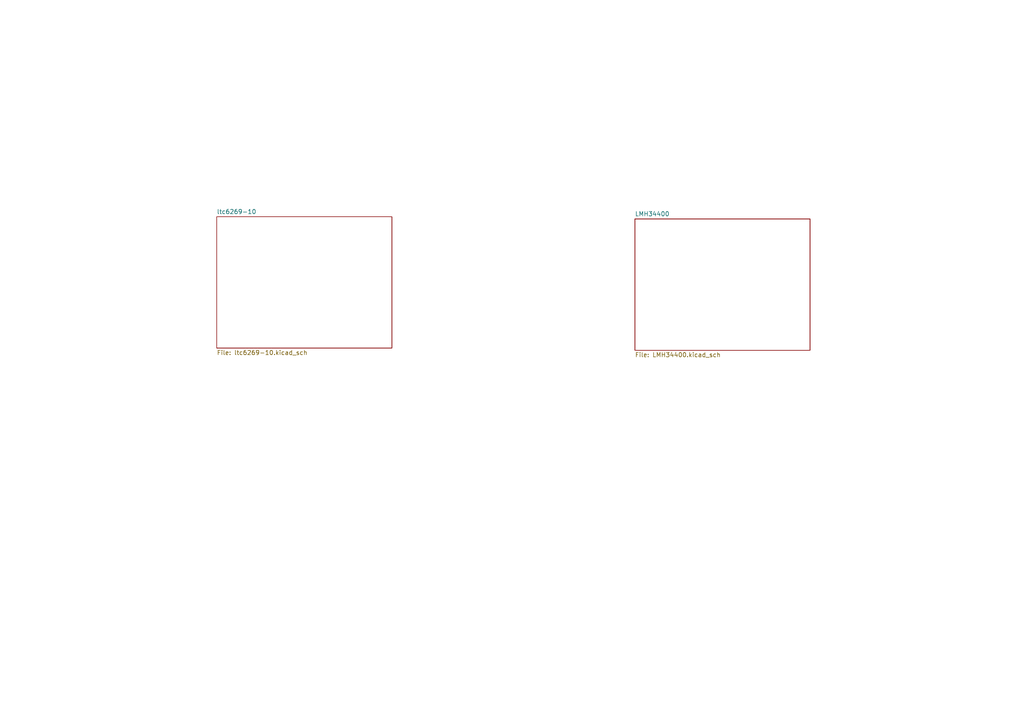
<source format=kicad_sch>
(kicad_sch
	(version 20231120)
	(generator "eeschema")
	(generator_version "8.0")
	(uuid "27381ed8-96e6-4041-ba7f-c08f9d949351")
	(paper "A4")
	(lib_symbols)
	(sheet
		(at 62.865 62.865)
		(size 50.8 38.1)
		(fields_autoplaced yes)
		(stroke
			(width 0.1524)
			(type solid)
		)
		(fill
			(color 0 0 0 0.0000)
		)
		(uuid "7b29c8b7-08a9-445f-a87e-edd1b7ad1436")
		(property "Sheetname" "ltc6269-10"
			(at 62.865 62.1534 0)
			(effects
				(font
					(size 1.27 1.27)
				)
				(justify left bottom)
			)
		)
		(property "Sheetfile" "ltc6269-10.kicad_sch"
			(at 62.865 101.5496 0)
			(effects
				(font
					(size 1.27 1.27)
				)
				(justify left top)
			)
		)
		(instances
			(project "LumiCom_TIA"
				(path "/27381ed8-96e6-4041-ba7f-c08f9d949351"
					(page "4")
				)
			)
		)
	)
	(sheet
		(at 184.15 63.5)
		(size 50.8 38.1)
		(fields_autoplaced yes)
		(stroke
			(width 0.1524)
			(type solid)
		)
		(fill
			(color 0 0 0 0.0000)
		)
		(uuid "97796698-2adc-4146-98ed-b0bd6c43e980")
		(property "Sheetname" "LMH34400"
			(at 184.15 62.7884 0)
			(effects
				(font
					(size 1.27 1.27)
				)
				(justify left bottom)
			)
		)
		(property "Sheetfile" "LMH34400.kicad_sch"
			(at 184.15 102.1846 0)
			(effects
				(font
					(size 1.27 1.27)
				)
				(justify left top)
			)
		)
		(instances
			(project "LumiCom_TIA"
				(path "/27381ed8-96e6-4041-ba7f-c08f9d949351"
					(page "3")
				)
			)
		)
	)
	(sheet_instances
		(path "/"
			(page "1")
		)
	)
)

</source>
